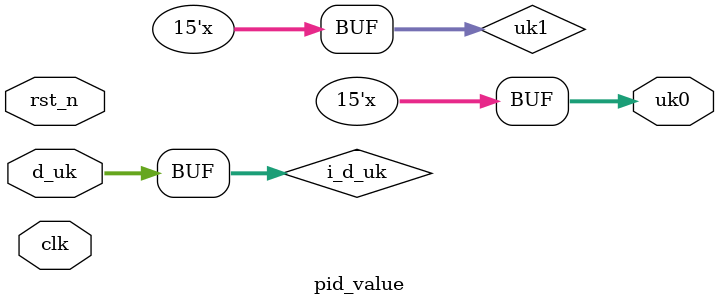
<source format=v>
module pid_value (
	//system signals
	 input clk,                   // clock signal
	 input rst_n,                 // reset signal, active low
	 input [14:0] d_uk,           // pid increment
	 output reg signed [14:0] uk0 // pid output value
);

reg signed [14:0] i_d_uk;
reg signed [14:0] uk1 = 15'd0;   // the value of u(k-1) at the previous moment

always @(*)
begin
 i_d_uk = d_uk;
end
 
always @ (d_uk) begin
 uk0 = uk1 + i_d_uk;         // calculate pid output value
 uk1 = uk0;                  // Register the value of u(k-1) at the previous moment    
end
 
endmodule
</source>
